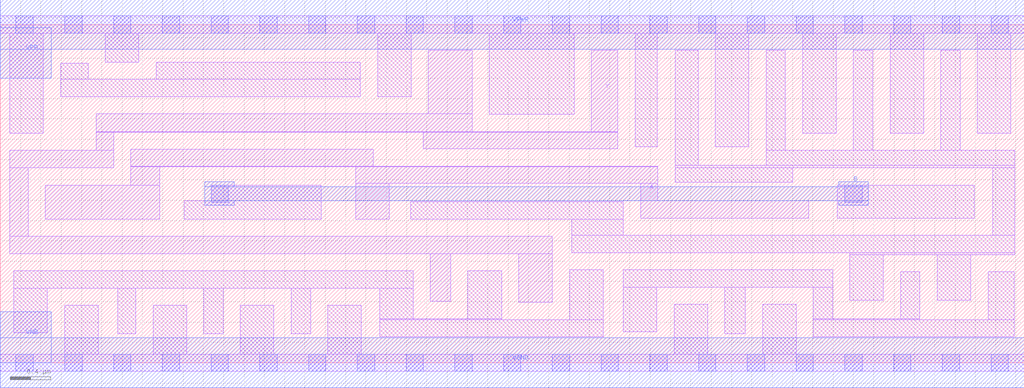
<source format=lef>
# Copyright 2020 The SkyWater PDK Authors
#
# Licensed under the Apache License, Version 2.0 (the "License");
# you may not use this file except in compliance with the License.
# You may obtain a copy of the License at
#
#     https://www.apache.org/licenses/LICENSE-2.0
#
# Unless required by applicable law or agreed to in writing, software
# distributed under the License is distributed on an "AS IS" BASIS,
# WITHOUT WARRANTIES OR CONDITIONS OF ANY KIND, either express or implied.
# See the License for the specific language governing permissions and
# limitations under the License.
#
# SPDX-License-Identifier: Apache-2.0

VERSION 5.5 ;
NAMESCASESENSITIVE ON ;
BUSBITCHARS "[]" ;
DIVIDERCHAR "/" ;
MACRO sky130_fd_sc_lp__xnor2_4
  CLASS CORE ;
  SOURCE USER ;
  ORIGIN  0.000000  0.000000 ;
  SIZE  10.08000 BY  3.330000 ;
  SYMMETRY X Y R90 ;
  SITE unit ;
  PIN A
    ANTENNAGATEAREA  2.520000 ;
    DIRECTION INPUT ;
    USE SIGNAL ;
    PORT
      LAYER li1 ;
        RECT 0.445000 1.415000 1.570000 1.750000 ;
        RECT 1.285000 1.750000 1.570000 1.930000 ;
        RECT 1.285000 1.930000 6.475000 1.935000 ;
        RECT 1.285000 1.935000 3.670000 2.100000 ;
        RECT 3.500000 1.415000 3.830000 1.765000 ;
        RECT 3.500000 1.765000 6.475000 1.930000 ;
        RECT 6.305000 1.425000 7.960000 1.595000 ;
        RECT 6.305000 1.595000 6.475000 1.765000 ;
    END
  END A
  PIN B
    ANTENNAPARTIALMETALSIDEAREA  4.557000 ;
    DIRECTION INPUT ;
    USE SIGNAL ;
    PORT
      LAYER met1 ;
        RECT 2.015000 1.550000 2.305000 1.595000 ;
        RECT 2.015000 1.595000 8.545000 1.735000 ;
        RECT 2.015000 1.735000 2.305000 1.780000 ;
        RECT 8.255000 1.550000 8.545000 1.595000 ;
        RECT 8.255000 1.735000 8.545000 1.780000 ;
    END
  END B
  PIN Y
    ANTENNADIFFAREA  1.940400 ;
    DIRECTION OUTPUT ;
    USE SIGNAL ;
    PORT
      LAYER li1 ;
        RECT 0.095000 1.075000 5.435000 1.245000 ;
        RECT 0.095000 1.245000 0.275000 1.920000 ;
        RECT 0.095000 1.920000 1.115000 2.090000 ;
        RECT 0.945000 2.090000 1.115000 2.270000 ;
        RECT 0.945000 2.270000 6.080000 2.275000 ;
        RECT 0.945000 2.275000 4.645000 2.450000 ;
        RECT 4.165000 2.105000 6.080000 2.270000 ;
        RECT 4.215000 2.450000 4.645000 3.075000 ;
        RECT 4.235000 0.605000 4.435000 1.075000 ;
        RECT 5.105000 0.595000 5.435000 1.075000 ;
        RECT 5.820000 2.275000 6.080000 3.075000 ;
    END
  END Y
  PIN VGND
    DIRECTION INOUT ;
    USE GROUND ;
    PORT
      LAYER met1 ;
        RECT 0.000000 -0.245000 10.080000 0.245000 ;
    END
  END VGND
  PIN VNB
    DIRECTION INOUT ;
    USE GROUND ;
    PORT
      LAYER met1 ;
        RECT 0.000000 0.000000 0.500000 0.500000 ;
    END
  END VNB
  PIN VPB
    DIRECTION INOUT ;
    USE POWER ;
    PORT
      LAYER met1 ;
        RECT 0.000000 2.800000 0.500000 3.300000 ;
    END
  END VPB
  PIN VPWR
    DIRECTION INOUT ;
    USE POWER ;
    PORT
      LAYER met1 ;
        RECT 0.000000 3.085000 10.080000 3.575000 ;
    END
  END VPWR
  OBS
    LAYER li1 ;
      RECT 0.000000 -0.085000 10.080000 0.085000 ;
      RECT 0.000000  3.245000 10.080000 3.415000 ;
      RECT 0.095000  2.260000  0.425000 3.245000 ;
      RECT 0.135000  0.295000  0.465000 0.735000 ;
      RECT 0.135000  0.735000  4.065000 0.905000 ;
      RECT 0.595000  2.620000  3.545000 2.790000 ;
      RECT 0.595000  2.790000  0.865000 2.950000 ;
      RECT 0.635000  0.085000  0.965000 0.565000 ;
      RECT 1.035000  2.960000  1.365000 3.245000 ;
      RECT 1.155000  0.285000  1.335000 0.735000 ;
      RECT 1.505000  0.085000  1.835000 0.565000 ;
      RECT 1.535000  2.790000  3.545000 2.960000 ;
      RECT 1.810000  1.415000  3.160000 1.595000 ;
      RECT 2.005000  0.285000  2.195000 0.735000 ;
      RECT 2.075000  1.595000  3.160000 1.750000 ;
      RECT 2.365000  0.085000  2.695000 0.565000 ;
      RECT 2.865000  0.285000  3.055000 0.735000 ;
      RECT 3.225000  0.085000  3.555000 0.565000 ;
      RECT 3.715000  2.620000  4.045000 3.245000 ;
      RECT 3.735000  0.255000  5.935000 0.425000 ;
      RECT 3.735000  0.425000  4.935000 0.435000 ;
      RECT 3.735000  0.435000  4.065000 0.735000 ;
      RECT 4.040000  1.415000  6.135000 1.585000 ;
      RECT 4.605000  0.435000  4.935000 0.905000 ;
      RECT 4.815000  2.445000  5.650000 3.245000 ;
      RECT 5.605000  0.425000  5.935000 0.915000 ;
      RECT 5.625000  1.085000  9.990000 1.255000 ;
      RECT 5.625000  1.255000  6.135000 1.415000 ;
      RECT 6.135000  0.305000  6.465000 0.745000 ;
      RECT 6.135000  0.745000  8.195000 0.915000 ;
      RECT 6.250000  2.125000  6.470000 3.245000 ;
      RECT 6.635000  0.085000  6.965000 0.575000 ;
      RECT 6.645000  1.775000  7.800000 1.920000 ;
      RECT 6.645000  1.920000  9.990000 1.945000 ;
      RECT 6.645000  1.945000  6.870000 3.075000 ;
      RECT 7.040000  2.125000  7.370000 3.245000 ;
      RECT 7.135000  0.285000  7.335000 0.745000 ;
      RECT 7.505000  0.085000  7.835000 0.575000 ;
      RECT 7.540000  1.945000  9.990000 2.090000 ;
      RECT 7.540000  2.090000  7.730000 3.075000 ;
      RECT 7.900000  2.260000  8.230000 3.245000 ;
      RECT 8.005000  0.255000  9.985000 0.425000 ;
      RECT 8.005000  0.425000  9.055000 0.435000 ;
      RECT 8.005000  0.435000  8.195000 0.745000 ;
      RECT 8.240000  1.425000  9.590000 1.750000 ;
      RECT 8.365000  0.615000  8.695000 1.065000 ;
      RECT 8.365000  1.065000  9.990000 1.085000 ;
      RECT 8.400000  2.090000  8.590000 3.075000 ;
      RECT 8.760000  2.260000  9.090000 3.245000 ;
      RECT 8.865000  0.435000  9.055000 0.895000 ;
      RECT 9.225000  0.615000  9.555000 1.065000 ;
      RECT 9.260000  2.090000  9.450000 3.075000 ;
      RECT 9.620000  2.260000  9.950000 3.245000 ;
      RECT 9.725000  0.425000  9.985000 0.895000 ;
      RECT 9.770000  1.255000  9.990000 1.920000 ;
    LAYER mcon ;
      RECT 0.155000 -0.085000 0.325000 0.085000 ;
      RECT 0.155000  3.245000 0.325000 3.415000 ;
      RECT 0.635000 -0.085000 0.805000 0.085000 ;
      RECT 0.635000  3.245000 0.805000 3.415000 ;
      RECT 1.115000 -0.085000 1.285000 0.085000 ;
      RECT 1.115000  3.245000 1.285000 3.415000 ;
      RECT 1.595000 -0.085000 1.765000 0.085000 ;
      RECT 1.595000  3.245000 1.765000 3.415000 ;
      RECT 2.075000 -0.085000 2.245000 0.085000 ;
      RECT 2.075000  1.580000 2.245000 1.750000 ;
      RECT 2.075000  3.245000 2.245000 3.415000 ;
      RECT 2.555000 -0.085000 2.725000 0.085000 ;
      RECT 2.555000  3.245000 2.725000 3.415000 ;
      RECT 3.035000 -0.085000 3.205000 0.085000 ;
      RECT 3.035000  3.245000 3.205000 3.415000 ;
      RECT 3.515000 -0.085000 3.685000 0.085000 ;
      RECT 3.515000  3.245000 3.685000 3.415000 ;
      RECT 3.995000 -0.085000 4.165000 0.085000 ;
      RECT 3.995000  3.245000 4.165000 3.415000 ;
      RECT 4.475000 -0.085000 4.645000 0.085000 ;
      RECT 4.475000  3.245000 4.645000 3.415000 ;
      RECT 4.955000 -0.085000 5.125000 0.085000 ;
      RECT 4.955000  3.245000 5.125000 3.415000 ;
      RECT 5.435000 -0.085000 5.605000 0.085000 ;
      RECT 5.435000  3.245000 5.605000 3.415000 ;
      RECT 5.915000 -0.085000 6.085000 0.085000 ;
      RECT 5.915000  3.245000 6.085000 3.415000 ;
      RECT 6.395000 -0.085000 6.565000 0.085000 ;
      RECT 6.395000  3.245000 6.565000 3.415000 ;
      RECT 6.875000 -0.085000 7.045000 0.085000 ;
      RECT 6.875000  3.245000 7.045000 3.415000 ;
      RECT 7.355000 -0.085000 7.525000 0.085000 ;
      RECT 7.355000  3.245000 7.525000 3.415000 ;
      RECT 7.835000 -0.085000 8.005000 0.085000 ;
      RECT 7.835000  3.245000 8.005000 3.415000 ;
      RECT 8.315000 -0.085000 8.485000 0.085000 ;
      RECT 8.315000  1.580000 8.485000 1.750000 ;
      RECT 8.315000  3.245000 8.485000 3.415000 ;
      RECT 8.795000 -0.085000 8.965000 0.085000 ;
      RECT 8.795000  3.245000 8.965000 3.415000 ;
      RECT 9.275000 -0.085000 9.445000 0.085000 ;
      RECT 9.275000  3.245000 9.445000 3.415000 ;
      RECT 9.755000 -0.085000 9.925000 0.085000 ;
      RECT 9.755000  3.245000 9.925000 3.415000 ;
  END
END sky130_fd_sc_lp__xnor2_4

</source>
